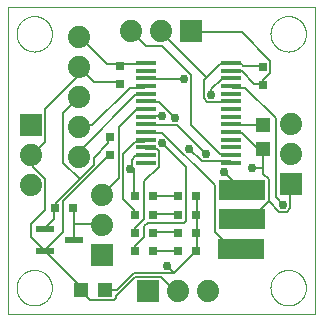
<source format=gtl>
G75*
%MOIN*%
%OFA0B0*%
%FSLAX25Y25*%
%IPPOS*%
%LPD*%
%AMOC8*
5,1,8,0,0,1.08239X$1,22.5*
%
%ADD10C,0.00000*%
%ADD11R,0.06400X0.02400*%
%ADD12R,0.03150X0.03150*%
%ADD13R,0.04724X0.05118*%
%ADD14R,0.05118X0.04724*%
%ADD15R,0.06600X0.01700*%
%ADD16R,0.07400X0.07400*%
%ADD17C,0.07400*%
%ADD18R,0.15748X0.06693*%
%ADD19C,0.00600*%
%ADD20C,0.02978*%
D10*
X0001300Y0001300D02*
X0001300Y0103662D01*
X0103662Y0103662D01*
X0103662Y0001300D01*
X0001300Y0001300D01*
X0004252Y0010158D02*
X0004254Y0010311D01*
X0004260Y0010465D01*
X0004270Y0010618D01*
X0004284Y0010770D01*
X0004302Y0010923D01*
X0004324Y0011074D01*
X0004349Y0011225D01*
X0004379Y0011376D01*
X0004413Y0011526D01*
X0004450Y0011674D01*
X0004491Y0011822D01*
X0004536Y0011968D01*
X0004585Y0012114D01*
X0004638Y0012258D01*
X0004694Y0012400D01*
X0004754Y0012541D01*
X0004818Y0012681D01*
X0004885Y0012819D01*
X0004956Y0012955D01*
X0005031Y0013089D01*
X0005108Y0013221D01*
X0005190Y0013351D01*
X0005274Y0013479D01*
X0005362Y0013605D01*
X0005453Y0013728D01*
X0005547Y0013849D01*
X0005645Y0013967D01*
X0005745Y0014083D01*
X0005849Y0014196D01*
X0005955Y0014307D01*
X0006064Y0014415D01*
X0006176Y0014520D01*
X0006290Y0014621D01*
X0006408Y0014720D01*
X0006527Y0014816D01*
X0006649Y0014909D01*
X0006774Y0014998D01*
X0006901Y0015085D01*
X0007030Y0015167D01*
X0007161Y0015247D01*
X0007294Y0015323D01*
X0007429Y0015396D01*
X0007566Y0015465D01*
X0007705Y0015530D01*
X0007845Y0015592D01*
X0007987Y0015650D01*
X0008130Y0015705D01*
X0008275Y0015756D01*
X0008421Y0015803D01*
X0008568Y0015846D01*
X0008716Y0015885D01*
X0008865Y0015921D01*
X0009015Y0015952D01*
X0009166Y0015980D01*
X0009317Y0016004D01*
X0009470Y0016024D01*
X0009622Y0016040D01*
X0009775Y0016052D01*
X0009928Y0016060D01*
X0010081Y0016064D01*
X0010235Y0016064D01*
X0010388Y0016060D01*
X0010541Y0016052D01*
X0010694Y0016040D01*
X0010846Y0016024D01*
X0010999Y0016004D01*
X0011150Y0015980D01*
X0011301Y0015952D01*
X0011451Y0015921D01*
X0011600Y0015885D01*
X0011748Y0015846D01*
X0011895Y0015803D01*
X0012041Y0015756D01*
X0012186Y0015705D01*
X0012329Y0015650D01*
X0012471Y0015592D01*
X0012611Y0015530D01*
X0012750Y0015465D01*
X0012887Y0015396D01*
X0013022Y0015323D01*
X0013155Y0015247D01*
X0013286Y0015167D01*
X0013415Y0015085D01*
X0013542Y0014998D01*
X0013667Y0014909D01*
X0013789Y0014816D01*
X0013908Y0014720D01*
X0014026Y0014621D01*
X0014140Y0014520D01*
X0014252Y0014415D01*
X0014361Y0014307D01*
X0014467Y0014196D01*
X0014571Y0014083D01*
X0014671Y0013967D01*
X0014769Y0013849D01*
X0014863Y0013728D01*
X0014954Y0013605D01*
X0015042Y0013479D01*
X0015126Y0013351D01*
X0015208Y0013221D01*
X0015285Y0013089D01*
X0015360Y0012955D01*
X0015431Y0012819D01*
X0015498Y0012681D01*
X0015562Y0012541D01*
X0015622Y0012400D01*
X0015678Y0012258D01*
X0015731Y0012114D01*
X0015780Y0011968D01*
X0015825Y0011822D01*
X0015866Y0011674D01*
X0015903Y0011526D01*
X0015937Y0011376D01*
X0015967Y0011225D01*
X0015992Y0011074D01*
X0016014Y0010923D01*
X0016032Y0010770D01*
X0016046Y0010618D01*
X0016056Y0010465D01*
X0016062Y0010311D01*
X0016064Y0010158D01*
X0016062Y0010005D01*
X0016056Y0009851D01*
X0016046Y0009698D01*
X0016032Y0009546D01*
X0016014Y0009393D01*
X0015992Y0009242D01*
X0015967Y0009091D01*
X0015937Y0008940D01*
X0015903Y0008790D01*
X0015866Y0008642D01*
X0015825Y0008494D01*
X0015780Y0008348D01*
X0015731Y0008202D01*
X0015678Y0008058D01*
X0015622Y0007916D01*
X0015562Y0007775D01*
X0015498Y0007635D01*
X0015431Y0007497D01*
X0015360Y0007361D01*
X0015285Y0007227D01*
X0015208Y0007095D01*
X0015126Y0006965D01*
X0015042Y0006837D01*
X0014954Y0006711D01*
X0014863Y0006588D01*
X0014769Y0006467D01*
X0014671Y0006349D01*
X0014571Y0006233D01*
X0014467Y0006120D01*
X0014361Y0006009D01*
X0014252Y0005901D01*
X0014140Y0005796D01*
X0014026Y0005695D01*
X0013908Y0005596D01*
X0013789Y0005500D01*
X0013667Y0005407D01*
X0013542Y0005318D01*
X0013415Y0005231D01*
X0013286Y0005149D01*
X0013155Y0005069D01*
X0013022Y0004993D01*
X0012887Y0004920D01*
X0012750Y0004851D01*
X0012611Y0004786D01*
X0012471Y0004724D01*
X0012329Y0004666D01*
X0012186Y0004611D01*
X0012041Y0004560D01*
X0011895Y0004513D01*
X0011748Y0004470D01*
X0011600Y0004431D01*
X0011451Y0004395D01*
X0011301Y0004364D01*
X0011150Y0004336D01*
X0010999Y0004312D01*
X0010846Y0004292D01*
X0010694Y0004276D01*
X0010541Y0004264D01*
X0010388Y0004256D01*
X0010235Y0004252D01*
X0010081Y0004252D01*
X0009928Y0004256D01*
X0009775Y0004264D01*
X0009622Y0004276D01*
X0009470Y0004292D01*
X0009317Y0004312D01*
X0009166Y0004336D01*
X0009015Y0004364D01*
X0008865Y0004395D01*
X0008716Y0004431D01*
X0008568Y0004470D01*
X0008421Y0004513D01*
X0008275Y0004560D01*
X0008130Y0004611D01*
X0007987Y0004666D01*
X0007845Y0004724D01*
X0007705Y0004786D01*
X0007566Y0004851D01*
X0007429Y0004920D01*
X0007294Y0004993D01*
X0007161Y0005069D01*
X0007030Y0005149D01*
X0006901Y0005231D01*
X0006774Y0005318D01*
X0006649Y0005407D01*
X0006527Y0005500D01*
X0006408Y0005596D01*
X0006290Y0005695D01*
X0006176Y0005796D01*
X0006064Y0005901D01*
X0005955Y0006009D01*
X0005849Y0006120D01*
X0005745Y0006233D01*
X0005645Y0006349D01*
X0005547Y0006467D01*
X0005453Y0006588D01*
X0005362Y0006711D01*
X0005274Y0006837D01*
X0005190Y0006965D01*
X0005108Y0007095D01*
X0005031Y0007227D01*
X0004956Y0007361D01*
X0004885Y0007497D01*
X0004818Y0007635D01*
X0004754Y0007775D01*
X0004694Y0007916D01*
X0004638Y0008058D01*
X0004585Y0008202D01*
X0004536Y0008348D01*
X0004491Y0008494D01*
X0004450Y0008642D01*
X0004413Y0008790D01*
X0004379Y0008940D01*
X0004349Y0009091D01*
X0004324Y0009242D01*
X0004302Y0009393D01*
X0004284Y0009546D01*
X0004270Y0009698D01*
X0004260Y0009851D01*
X0004254Y0010005D01*
X0004252Y0010158D01*
X0004252Y0094804D02*
X0004254Y0094957D01*
X0004260Y0095111D01*
X0004270Y0095264D01*
X0004284Y0095416D01*
X0004302Y0095569D01*
X0004324Y0095720D01*
X0004349Y0095871D01*
X0004379Y0096022D01*
X0004413Y0096172D01*
X0004450Y0096320D01*
X0004491Y0096468D01*
X0004536Y0096614D01*
X0004585Y0096760D01*
X0004638Y0096904D01*
X0004694Y0097046D01*
X0004754Y0097187D01*
X0004818Y0097327D01*
X0004885Y0097465D01*
X0004956Y0097601D01*
X0005031Y0097735D01*
X0005108Y0097867D01*
X0005190Y0097997D01*
X0005274Y0098125D01*
X0005362Y0098251D01*
X0005453Y0098374D01*
X0005547Y0098495D01*
X0005645Y0098613D01*
X0005745Y0098729D01*
X0005849Y0098842D01*
X0005955Y0098953D01*
X0006064Y0099061D01*
X0006176Y0099166D01*
X0006290Y0099267D01*
X0006408Y0099366D01*
X0006527Y0099462D01*
X0006649Y0099555D01*
X0006774Y0099644D01*
X0006901Y0099731D01*
X0007030Y0099813D01*
X0007161Y0099893D01*
X0007294Y0099969D01*
X0007429Y0100042D01*
X0007566Y0100111D01*
X0007705Y0100176D01*
X0007845Y0100238D01*
X0007987Y0100296D01*
X0008130Y0100351D01*
X0008275Y0100402D01*
X0008421Y0100449D01*
X0008568Y0100492D01*
X0008716Y0100531D01*
X0008865Y0100567D01*
X0009015Y0100598D01*
X0009166Y0100626D01*
X0009317Y0100650D01*
X0009470Y0100670D01*
X0009622Y0100686D01*
X0009775Y0100698D01*
X0009928Y0100706D01*
X0010081Y0100710D01*
X0010235Y0100710D01*
X0010388Y0100706D01*
X0010541Y0100698D01*
X0010694Y0100686D01*
X0010846Y0100670D01*
X0010999Y0100650D01*
X0011150Y0100626D01*
X0011301Y0100598D01*
X0011451Y0100567D01*
X0011600Y0100531D01*
X0011748Y0100492D01*
X0011895Y0100449D01*
X0012041Y0100402D01*
X0012186Y0100351D01*
X0012329Y0100296D01*
X0012471Y0100238D01*
X0012611Y0100176D01*
X0012750Y0100111D01*
X0012887Y0100042D01*
X0013022Y0099969D01*
X0013155Y0099893D01*
X0013286Y0099813D01*
X0013415Y0099731D01*
X0013542Y0099644D01*
X0013667Y0099555D01*
X0013789Y0099462D01*
X0013908Y0099366D01*
X0014026Y0099267D01*
X0014140Y0099166D01*
X0014252Y0099061D01*
X0014361Y0098953D01*
X0014467Y0098842D01*
X0014571Y0098729D01*
X0014671Y0098613D01*
X0014769Y0098495D01*
X0014863Y0098374D01*
X0014954Y0098251D01*
X0015042Y0098125D01*
X0015126Y0097997D01*
X0015208Y0097867D01*
X0015285Y0097735D01*
X0015360Y0097601D01*
X0015431Y0097465D01*
X0015498Y0097327D01*
X0015562Y0097187D01*
X0015622Y0097046D01*
X0015678Y0096904D01*
X0015731Y0096760D01*
X0015780Y0096614D01*
X0015825Y0096468D01*
X0015866Y0096320D01*
X0015903Y0096172D01*
X0015937Y0096022D01*
X0015967Y0095871D01*
X0015992Y0095720D01*
X0016014Y0095569D01*
X0016032Y0095416D01*
X0016046Y0095264D01*
X0016056Y0095111D01*
X0016062Y0094957D01*
X0016064Y0094804D01*
X0016062Y0094651D01*
X0016056Y0094497D01*
X0016046Y0094344D01*
X0016032Y0094192D01*
X0016014Y0094039D01*
X0015992Y0093888D01*
X0015967Y0093737D01*
X0015937Y0093586D01*
X0015903Y0093436D01*
X0015866Y0093288D01*
X0015825Y0093140D01*
X0015780Y0092994D01*
X0015731Y0092848D01*
X0015678Y0092704D01*
X0015622Y0092562D01*
X0015562Y0092421D01*
X0015498Y0092281D01*
X0015431Y0092143D01*
X0015360Y0092007D01*
X0015285Y0091873D01*
X0015208Y0091741D01*
X0015126Y0091611D01*
X0015042Y0091483D01*
X0014954Y0091357D01*
X0014863Y0091234D01*
X0014769Y0091113D01*
X0014671Y0090995D01*
X0014571Y0090879D01*
X0014467Y0090766D01*
X0014361Y0090655D01*
X0014252Y0090547D01*
X0014140Y0090442D01*
X0014026Y0090341D01*
X0013908Y0090242D01*
X0013789Y0090146D01*
X0013667Y0090053D01*
X0013542Y0089964D01*
X0013415Y0089877D01*
X0013286Y0089795D01*
X0013155Y0089715D01*
X0013022Y0089639D01*
X0012887Y0089566D01*
X0012750Y0089497D01*
X0012611Y0089432D01*
X0012471Y0089370D01*
X0012329Y0089312D01*
X0012186Y0089257D01*
X0012041Y0089206D01*
X0011895Y0089159D01*
X0011748Y0089116D01*
X0011600Y0089077D01*
X0011451Y0089041D01*
X0011301Y0089010D01*
X0011150Y0088982D01*
X0010999Y0088958D01*
X0010846Y0088938D01*
X0010694Y0088922D01*
X0010541Y0088910D01*
X0010388Y0088902D01*
X0010235Y0088898D01*
X0010081Y0088898D01*
X0009928Y0088902D01*
X0009775Y0088910D01*
X0009622Y0088922D01*
X0009470Y0088938D01*
X0009317Y0088958D01*
X0009166Y0088982D01*
X0009015Y0089010D01*
X0008865Y0089041D01*
X0008716Y0089077D01*
X0008568Y0089116D01*
X0008421Y0089159D01*
X0008275Y0089206D01*
X0008130Y0089257D01*
X0007987Y0089312D01*
X0007845Y0089370D01*
X0007705Y0089432D01*
X0007566Y0089497D01*
X0007429Y0089566D01*
X0007294Y0089639D01*
X0007161Y0089715D01*
X0007030Y0089795D01*
X0006901Y0089877D01*
X0006774Y0089964D01*
X0006649Y0090053D01*
X0006527Y0090146D01*
X0006408Y0090242D01*
X0006290Y0090341D01*
X0006176Y0090442D01*
X0006064Y0090547D01*
X0005955Y0090655D01*
X0005849Y0090766D01*
X0005745Y0090879D01*
X0005645Y0090995D01*
X0005547Y0091113D01*
X0005453Y0091234D01*
X0005362Y0091357D01*
X0005274Y0091483D01*
X0005190Y0091611D01*
X0005108Y0091741D01*
X0005031Y0091873D01*
X0004956Y0092007D01*
X0004885Y0092143D01*
X0004818Y0092281D01*
X0004754Y0092421D01*
X0004694Y0092562D01*
X0004638Y0092704D01*
X0004585Y0092848D01*
X0004536Y0092994D01*
X0004491Y0093140D01*
X0004450Y0093288D01*
X0004413Y0093436D01*
X0004379Y0093586D01*
X0004349Y0093737D01*
X0004324Y0093888D01*
X0004302Y0094039D01*
X0004284Y0094192D01*
X0004270Y0094344D01*
X0004260Y0094497D01*
X0004254Y0094651D01*
X0004252Y0094804D01*
X0088898Y0094804D02*
X0088900Y0094957D01*
X0088906Y0095111D01*
X0088916Y0095264D01*
X0088930Y0095416D01*
X0088948Y0095569D01*
X0088970Y0095720D01*
X0088995Y0095871D01*
X0089025Y0096022D01*
X0089059Y0096172D01*
X0089096Y0096320D01*
X0089137Y0096468D01*
X0089182Y0096614D01*
X0089231Y0096760D01*
X0089284Y0096904D01*
X0089340Y0097046D01*
X0089400Y0097187D01*
X0089464Y0097327D01*
X0089531Y0097465D01*
X0089602Y0097601D01*
X0089677Y0097735D01*
X0089754Y0097867D01*
X0089836Y0097997D01*
X0089920Y0098125D01*
X0090008Y0098251D01*
X0090099Y0098374D01*
X0090193Y0098495D01*
X0090291Y0098613D01*
X0090391Y0098729D01*
X0090495Y0098842D01*
X0090601Y0098953D01*
X0090710Y0099061D01*
X0090822Y0099166D01*
X0090936Y0099267D01*
X0091054Y0099366D01*
X0091173Y0099462D01*
X0091295Y0099555D01*
X0091420Y0099644D01*
X0091547Y0099731D01*
X0091676Y0099813D01*
X0091807Y0099893D01*
X0091940Y0099969D01*
X0092075Y0100042D01*
X0092212Y0100111D01*
X0092351Y0100176D01*
X0092491Y0100238D01*
X0092633Y0100296D01*
X0092776Y0100351D01*
X0092921Y0100402D01*
X0093067Y0100449D01*
X0093214Y0100492D01*
X0093362Y0100531D01*
X0093511Y0100567D01*
X0093661Y0100598D01*
X0093812Y0100626D01*
X0093963Y0100650D01*
X0094116Y0100670D01*
X0094268Y0100686D01*
X0094421Y0100698D01*
X0094574Y0100706D01*
X0094727Y0100710D01*
X0094881Y0100710D01*
X0095034Y0100706D01*
X0095187Y0100698D01*
X0095340Y0100686D01*
X0095492Y0100670D01*
X0095645Y0100650D01*
X0095796Y0100626D01*
X0095947Y0100598D01*
X0096097Y0100567D01*
X0096246Y0100531D01*
X0096394Y0100492D01*
X0096541Y0100449D01*
X0096687Y0100402D01*
X0096832Y0100351D01*
X0096975Y0100296D01*
X0097117Y0100238D01*
X0097257Y0100176D01*
X0097396Y0100111D01*
X0097533Y0100042D01*
X0097668Y0099969D01*
X0097801Y0099893D01*
X0097932Y0099813D01*
X0098061Y0099731D01*
X0098188Y0099644D01*
X0098313Y0099555D01*
X0098435Y0099462D01*
X0098554Y0099366D01*
X0098672Y0099267D01*
X0098786Y0099166D01*
X0098898Y0099061D01*
X0099007Y0098953D01*
X0099113Y0098842D01*
X0099217Y0098729D01*
X0099317Y0098613D01*
X0099415Y0098495D01*
X0099509Y0098374D01*
X0099600Y0098251D01*
X0099688Y0098125D01*
X0099772Y0097997D01*
X0099854Y0097867D01*
X0099931Y0097735D01*
X0100006Y0097601D01*
X0100077Y0097465D01*
X0100144Y0097327D01*
X0100208Y0097187D01*
X0100268Y0097046D01*
X0100324Y0096904D01*
X0100377Y0096760D01*
X0100426Y0096614D01*
X0100471Y0096468D01*
X0100512Y0096320D01*
X0100549Y0096172D01*
X0100583Y0096022D01*
X0100613Y0095871D01*
X0100638Y0095720D01*
X0100660Y0095569D01*
X0100678Y0095416D01*
X0100692Y0095264D01*
X0100702Y0095111D01*
X0100708Y0094957D01*
X0100710Y0094804D01*
X0100708Y0094651D01*
X0100702Y0094497D01*
X0100692Y0094344D01*
X0100678Y0094192D01*
X0100660Y0094039D01*
X0100638Y0093888D01*
X0100613Y0093737D01*
X0100583Y0093586D01*
X0100549Y0093436D01*
X0100512Y0093288D01*
X0100471Y0093140D01*
X0100426Y0092994D01*
X0100377Y0092848D01*
X0100324Y0092704D01*
X0100268Y0092562D01*
X0100208Y0092421D01*
X0100144Y0092281D01*
X0100077Y0092143D01*
X0100006Y0092007D01*
X0099931Y0091873D01*
X0099854Y0091741D01*
X0099772Y0091611D01*
X0099688Y0091483D01*
X0099600Y0091357D01*
X0099509Y0091234D01*
X0099415Y0091113D01*
X0099317Y0090995D01*
X0099217Y0090879D01*
X0099113Y0090766D01*
X0099007Y0090655D01*
X0098898Y0090547D01*
X0098786Y0090442D01*
X0098672Y0090341D01*
X0098554Y0090242D01*
X0098435Y0090146D01*
X0098313Y0090053D01*
X0098188Y0089964D01*
X0098061Y0089877D01*
X0097932Y0089795D01*
X0097801Y0089715D01*
X0097668Y0089639D01*
X0097533Y0089566D01*
X0097396Y0089497D01*
X0097257Y0089432D01*
X0097117Y0089370D01*
X0096975Y0089312D01*
X0096832Y0089257D01*
X0096687Y0089206D01*
X0096541Y0089159D01*
X0096394Y0089116D01*
X0096246Y0089077D01*
X0096097Y0089041D01*
X0095947Y0089010D01*
X0095796Y0088982D01*
X0095645Y0088958D01*
X0095492Y0088938D01*
X0095340Y0088922D01*
X0095187Y0088910D01*
X0095034Y0088902D01*
X0094881Y0088898D01*
X0094727Y0088898D01*
X0094574Y0088902D01*
X0094421Y0088910D01*
X0094268Y0088922D01*
X0094116Y0088938D01*
X0093963Y0088958D01*
X0093812Y0088982D01*
X0093661Y0089010D01*
X0093511Y0089041D01*
X0093362Y0089077D01*
X0093214Y0089116D01*
X0093067Y0089159D01*
X0092921Y0089206D01*
X0092776Y0089257D01*
X0092633Y0089312D01*
X0092491Y0089370D01*
X0092351Y0089432D01*
X0092212Y0089497D01*
X0092075Y0089566D01*
X0091940Y0089639D01*
X0091807Y0089715D01*
X0091676Y0089795D01*
X0091547Y0089877D01*
X0091420Y0089964D01*
X0091295Y0090053D01*
X0091173Y0090146D01*
X0091054Y0090242D01*
X0090936Y0090341D01*
X0090822Y0090442D01*
X0090710Y0090547D01*
X0090601Y0090655D01*
X0090495Y0090766D01*
X0090391Y0090879D01*
X0090291Y0090995D01*
X0090193Y0091113D01*
X0090099Y0091234D01*
X0090008Y0091357D01*
X0089920Y0091483D01*
X0089836Y0091611D01*
X0089754Y0091741D01*
X0089677Y0091873D01*
X0089602Y0092007D01*
X0089531Y0092143D01*
X0089464Y0092281D01*
X0089400Y0092421D01*
X0089340Y0092562D01*
X0089284Y0092704D01*
X0089231Y0092848D01*
X0089182Y0092994D01*
X0089137Y0093140D01*
X0089096Y0093288D01*
X0089059Y0093436D01*
X0089025Y0093586D01*
X0088995Y0093737D01*
X0088970Y0093888D01*
X0088948Y0094039D01*
X0088930Y0094192D01*
X0088916Y0094344D01*
X0088906Y0094497D01*
X0088900Y0094651D01*
X0088898Y0094804D01*
X0088898Y0010158D02*
X0088900Y0010311D01*
X0088906Y0010465D01*
X0088916Y0010618D01*
X0088930Y0010770D01*
X0088948Y0010923D01*
X0088970Y0011074D01*
X0088995Y0011225D01*
X0089025Y0011376D01*
X0089059Y0011526D01*
X0089096Y0011674D01*
X0089137Y0011822D01*
X0089182Y0011968D01*
X0089231Y0012114D01*
X0089284Y0012258D01*
X0089340Y0012400D01*
X0089400Y0012541D01*
X0089464Y0012681D01*
X0089531Y0012819D01*
X0089602Y0012955D01*
X0089677Y0013089D01*
X0089754Y0013221D01*
X0089836Y0013351D01*
X0089920Y0013479D01*
X0090008Y0013605D01*
X0090099Y0013728D01*
X0090193Y0013849D01*
X0090291Y0013967D01*
X0090391Y0014083D01*
X0090495Y0014196D01*
X0090601Y0014307D01*
X0090710Y0014415D01*
X0090822Y0014520D01*
X0090936Y0014621D01*
X0091054Y0014720D01*
X0091173Y0014816D01*
X0091295Y0014909D01*
X0091420Y0014998D01*
X0091547Y0015085D01*
X0091676Y0015167D01*
X0091807Y0015247D01*
X0091940Y0015323D01*
X0092075Y0015396D01*
X0092212Y0015465D01*
X0092351Y0015530D01*
X0092491Y0015592D01*
X0092633Y0015650D01*
X0092776Y0015705D01*
X0092921Y0015756D01*
X0093067Y0015803D01*
X0093214Y0015846D01*
X0093362Y0015885D01*
X0093511Y0015921D01*
X0093661Y0015952D01*
X0093812Y0015980D01*
X0093963Y0016004D01*
X0094116Y0016024D01*
X0094268Y0016040D01*
X0094421Y0016052D01*
X0094574Y0016060D01*
X0094727Y0016064D01*
X0094881Y0016064D01*
X0095034Y0016060D01*
X0095187Y0016052D01*
X0095340Y0016040D01*
X0095492Y0016024D01*
X0095645Y0016004D01*
X0095796Y0015980D01*
X0095947Y0015952D01*
X0096097Y0015921D01*
X0096246Y0015885D01*
X0096394Y0015846D01*
X0096541Y0015803D01*
X0096687Y0015756D01*
X0096832Y0015705D01*
X0096975Y0015650D01*
X0097117Y0015592D01*
X0097257Y0015530D01*
X0097396Y0015465D01*
X0097533Y0015396D01*
X0097668Y0015323D01*
X0097801Y0015247D01*
X0097932Y0015167D01*
X0098061Y0015085D01*
X0098188Y0014998D01*
X0098313Y0014909D01*
X0098435Y0014816D01*
X0098554Y0014720D01*
X0098672Y0014621D01*
X0098786Y0014520D01*
X0098898Y0014415D01*
X0099007Y0014307D01*
X0099113Y0014196D01*
X0099217Y0014083D01*
X0099317Y0013967D01*
X0099415Y0013849D01*
X0099509Y0013728D01*
X0099600Y0013605D01*
X0099688Y0013479D01*
X0099772Y0013351D01*
X0099854Y0013221D01*
X0099931Y0013089D01*
X0100006Y0012955D01*
X0100077Y0012819D01*
X0100144Y0012681D01*
X0100208Y0012541D01*
X0100268Y0012400D01*
X0100324Y0012258D01*
X0100377Y0012114D01*
X0100426Y0011968D01*
X0100471Y0011822D01*
X0100512Y0011674D01*
X0100549Y0011526D01*
X0100583Y0011376D01*
X0100613Y0011225D01*
X0100638Y0011074D01*
X0100660Y0010923D01*
X0100678Y0010770D01*
X0100692Y0010618D01*
X0100702Y0010465D01*
X0100708Y0010311D01*
X0100710Y0010158D01*
X0100708Y0010005D01*
X0100702Y0009851D01*
X0100692Y0009698D01*
X0100678Y0009546D01*
X0100660Y0009393D01*
X0100638Y0009242D01*
X0100613Y0009091D01*
X0100583Y0008940D01*
X0100549Y0008790D01*
X0100512Y0008642D01*
X0100471Y0008494D01*
X0100426Y0008348D01*
X0100377Y0008202D01*
X0100324Y0008058D01*
X0100268Y0007916D01*
X0100208Y0007775D01*
X0100144Y0007635D01*
X0100077Y0007497D01*
X0100006Y0007361D01*
X0099931Y0007227D01*
X0099854Y0007095D01*
X0099772Y0006965D01*
X0099688Y0006837D01*
X0099600Y0006711D01*
X0099509Y0006588D01*
X0099415Y0006467D01*
X0099317Y0006349D01*
X0099217Y0006233D01*
X0099113Y0006120D01*
X0099007Y0006009D01*
X0098898Y0005901D01*
X0098786Y0005796D01*
X0098672Y0005695D01*
X0098554Y0005596D01*
X0098435Y0005500D01*
X0098313Y0005407D01*
X0098188Y0005318D01*
X0098061Y0005231D01*
X0097932Y0005149D01*
X0097801Y0005069D01*
X0097668Y0004993D01*
X0097533Y0004920D01*
X0097396Y0004851D01*
X0097257Y0004786D01*
X0097117Y0004724D01*
X0096975Y0004666D01*
X0096832Y0004611D01*
X0096687Y0004560D01*
X0096541Y0004513D01*
X0096394Y0004470D01*
X0096246Y0004431D01*
X0096097Y0004395D01*
X0095947Y0004364D01*
X0095796Y0004336D01*
X0095645Y0004312D01*
X0095492Y0004292D01*
X0095340Y0004276D01*
X0095187Y0004264D01*
X0095034Y0004256D01*
X0094881Y0004252D01*
X0094727Y0004252D01*
X0094574Y0004256D01*
X0094421Y0004264D01*
X0094268Y0004276D01*
X0094116Y0004292D01*
X0093963Y0004312D01*
X0093812Y0004336D01*
X0093661Y0004364D01*
X0093511Y0004395D01*
X0093362Y0004431D01*
X0093214Y0004470D01*
X0093067Y0004513D01*
X0092921Y0004560D01*
X0092776Y0004611D01*
X0092633Y0004666D01*
X0092491Y0004724D01*
X0092351Y0004786D01*
X0092212Y0004851D01*
X0092075Y0004920D01*
X0091940Y0004993D01*
X0091807Y0005069D01*
X0091676Y0005149D01*
X0091547Y0005231D01*
X0091420Y0005318D01*
X0091295Y0005407D01*
X0091173Y0005500D01*
X0091054Y0005596D01*
X0090936Y0005695D01*
X0090822Y0005796D01*
X0090710Y0005901D01*
X0090601Y0006009D01*
X0090495Y0006120D01*
X0090391Y0006233D01*
X0090291Y0006349D01*
X0090193Y0006467D01*
X0090099Y0006588D01*
X0090008Y0006711D01*
X0089920Y0006837D01*
X0089836Y0006965D01*
X0089754Y0007095D01*
X0089677Y0007227D01*
X0089602Y0007361D01*
X0089531Y0007497D01*
X0089464Y0007635D01*
X0089400Y0007775D01*
X0089340Y0007916D01*
X0089284Y0008058D01*
X0089231Y0008202D01*
X0089182Y0008348D01*
X0089137Y0008494D01*
X0089096Y0008642D01*
X0089059Y0008790D01*
X0089025Y0008940D01*
X0088995Y0009091D01*
X0088970Y0009242D01*
X0088948Y0009393D01*
X0088930Y0009546D01*
X0088916Y0009698D01*
X0088906Y0009851D01*
X0088900Y0010005D01*
X0088898Y0010158D01*
D11*
X0023523Y0026103D03*
X0013723Y0022363D03*
X0013723Y0029843D03*
D12*
X0017198Y0036812D03*
X0023198Y0036812D03*
X0035473Y0054402D03*
X0035473Y0060402D03*
X0038780Y0078143D03*
X0038780Y0084143D03*
X0043576Y0040670D03*
X0049576Y0040670D03*
X0049576Y0034568D03*
X0049576Y0028465D03*
X0043576Y0028465D03*
X0043576Y0034568D03*
X0043576Y0022363D03*
X0049576Y0022363D03*
X0058143Y0022363D03*
X0064143Y0022363D03*
X0064143Y0028465D03*
X0064143Y0034568D03*
X0058143Y0034568D03*
X0058143Y0028465D03*
X0058143Y0040670D03*
X0064143Y0040670D03*
X0086261Y0077709D03*
X0086261Y0083709D03*
D13*
X0033646Y0009568D03*
X0025646Y0009568D03*
D14*
X0086497Y0056316D03*
X0086497Y0064316D03*
D15*
X0075857Y0064587D03*
X0075857Y0062028D03*
X0075857Y0059469D03*
X0075857Y0056910D03*
X0075857Y0054351D03*
X0075857Y0051792D03*
X0075857Y0067146D03*
X0075857Y0069705D03*
X0075857Y0072265D03*
X0075857Y0074824D03*
X0075857Y0077383D03*
X0075857Y0079942D03*
X0075857Y0082501D03*
X0075857Y0085060D03*
X0047373Y0085060D03*
X0047373Y0082501D03*
X0047373Y0079942D03*
X0047373Y0077383D03*
X0047373Y0074824D03*
X0047373Y0072265D03*
X0047373Y0069705D03*
X0047373Y0067146D03*
X0047373Y0064587D03*
X0047373Y0062028D03*
X0047373Y0059469D03*
X0047373Y0056910D03*
X0047373Y0054351D03*
X0047373Y0051792D03*
D16*
X0032796Y0020985D03*
X0048229Y0009174D03*
X0095788Y0044607D03*
X0062245Y0095788D03*
X0009174Y0064292D03*
D17*
X0009174Y0054292D03*
X0009174Y0044292D03*
X0024922Y0053859D03*
X0024922Y0063859D03*
X0024922Y0073859D03*
X0024922Y0083859D03*
X0024922Y0093859D03*
X0042245Y0095788D03*
X0052245Y0095788D03*
X0095788Y0064607D03*
X0095788Y0054607D03*
X0068229Y0009174D03*
X0058229Y0009174D03*
X0032796Y0030985D03*
X0032796Y0040985D03*
D18*
X0079255Y0042823D03*
X0079250Y0033041D03*
X0079221Y0023154D03*
D19*
X0078700Y0023500D01*
X0075700Y0023500D01*
X0070300Y0028900D01*
X0070300Y0044500D01*
X0052900Y0061900D01*
X0047500Y0061900D01*
X0047373Y0062028D01*
X0047500Y0064300D02*
X0047373Y0064587D01*
X0047500Y0064300D02*
X0057700Y0064300D01*
X0067300Y0054700D01*
X0066100Y0052300D02*
X0061900Y0056500D01*
X0066100Y0052300D02*
X0075700Y0052300D01*
X0075857Y0051792D01*
X0075857Y0054351D02*
X0075700Y0054700D01*
X0072100Y0054700D01*
X0062500Y0064300D01*
X0062500Y0081100D01*
X0052900Y0090700D01*
X0047500Y0090700D01*
X0042700Y0095500D01*
X0042245Y0095788D01*
X0052245Y0095788D02*
X0052300Y0095500D01*
X0067300Y0080500D01*
X0067900Y0080500D01*
X0066700Y0079300D01*
X0066700Y0073300D01*
X0067900Y0072100D01*
X0075700Y0072100D01*
X0075857Y0072265D01*
X0076300Y0076900D02*
X0075857Y0077383D01*
X0076300Y0076900D02*
X0080500Y0076900D01*
X0090700Y0066700D01*
X0090700Y0040300D01*
X0093100Y0037900D01*
X0095500Y0036700D02*
X0095500Y0044500D01*
X0095788Y0044607D01*
X0088300Y0046300D02*
X0088300Y0039100D01*
X0091900Y0035500D01*
X0094300Y0035500D01*
X0095500Y0036700D01*
X0088300Y0039100D02*
X0082300Y0033100D01*
X0079300Y0033100D01*
X0079250Y0033041D01*
X0079255Y0042823D02*
X0078700Y0043300D01*
X0073300Y0048700D01*
X0064143Y0040670D02*
X0064300Y0040300D01*
X0064300Y0034900D01*
X0064143Y0034568D01*
X0064300Y0034300D01*
X0064300Y0028900D01*
X0064143Y0028465D01*
X0064300Y0028300D01*
X0064300Y0022900D01*
X0064143Y0022363D01*
X0056880Y0015100D01*
X0056791Y0015100D01*
X0054450Y0017442D01*
X0056880Y0015100D02*
X0043403Y0015100D01*
X0037871Y0009568D01*
X0033646Y0009568D01*
X0037300Y0007300D02*
X0037300Y0006700D01*
X0036700Y0006100D01*
X0028900Y0006100D01*
X0025900Y0009100D01*
X0025646Y0009568D01*
X0025300Y0009700D01*
X0025300Y0010900D01*
X0013900Y0022300D01*
X0013723Y0022363D01*
X0013300Y0022900D01*
X0009100Y0027100D01*
X0009100Y0031300D01*
X0013900Y0036100D01*
X0013900Y0046300D01*
X0009700Y0050500D01*
X0009700Y0054100D01*
X0009174Y0054292D01*
X0009700Y0054700D01*
X0013900Y0058900D01*
X0013900Y0069700D01*
X0026500Y0082300D01*
X0024922Y0083859D01*
X0025300Y0083500D01*
X0026500Y0082300D01*
X0030100Y0078700D01*
X0038500Y0078700D01*
X0038780Y0078143D01*
X0042100Y0076900D02*
X0029500Y0064300D01*
X0025300Y0064300D01*
X0024922Y0063859D01*
X0019900Y0068500D02*
X0024700Y0073300D01*
X0024922Y0073859D01*
X0019900Y0068500D02*
X0019900Y0051700D01*
X0025300Y0046300D01*
X0030100Y0051100D01*
X0030100Y0053500D01*
X0034900Y0058300D01*
X0034900Y0060100D01*
X0035473Y0060402D01*
X0038500Y0063700D02*
X0038500Y0046900D01*
X0033100Y0041500D01*
X0032796Y0040985D01*
X0039700Y0039700D02*
X0039700Y0054700D01*
X0043900Y0058900D01*
X0046900Y0058900D01*
X0047373Y0059469D01*
X0047373Y0056910D02*
X0047500Y0056500D01*
X0051100Y0056500D01*
X0051700Y0055900D01*
X0051700Y0050500D01*
X0046900Y0045700D01*
X0046900Y0033100D01*
X0043900Y0030100D01*
X0043900Y0028900D01*
X0043576Y0028465D01*
X0046900Y0027100D02*
X0046900Y0030700D01*
X0048100Y0031900D01*
X0060100Y0031900D01*
X0060700Y0032500D01*
X0060700Y0050500D01*
X0052900Y0058300D01*
X0047373Y0054351D02*
X0046900Y0054100D01*
X0043900Y0054100D01*
X0042700Y0052900D01*
X0042700Y0050500D01*
X0042100Y0049900D01*
X0042700Y0050500D02*
X0043300Y0049900D01*
X0043300Y0040900D01*
X0043576Y0040670D01*
X0039700Y0039700D02*
X0043300Y0036100D01*
X0043300Y0034900D01*
X0043576Y0034568D01*
X0049576Y0034568D02*
X0049900Y0034900D01*
X0057700Y0034900D01*
X0058143Y0034568D01*
X0057700Y0028900D02*
X0058143Y0028465D01*
X0057700Y0028900D02*
X0049900Y0028900D01*
X0049576Y0028465D01*
X0046900Y0027100D02*
X0043900Y0024100D01*
X0043900Y0022900D01*
X0043576Y0022363D01*
X0049576Y0022363D02*
X0049900Y0022300D01*
X0057700Y0022300D01*
X0058143Y0022363D01*
X0052300Y0013900D02*
X0043900Y0013900D01*
X0037300Y0007300D01*
X0052300Y0013900D02*
X0056500Y0009700D01*
X0057700Y0009700D01*
X0058229Y0009174D01*
X0032796Y0030985D02*
X0032500Y0031300D01*
X0023500Y0031300D01*
X0023500Y0036700D01*
X0023198Y0036812D01*
X0019900Y0039100D02*
X0019900Y0028900D01*
X0013900Y0022900D01*
X0013723Y0022363D01*
X0013723Y0029843D02*
X0013900Y0030100D01*
X0016900Y0033100D01*
X0016900Y0036700D01*
X0017198Y0036812D01*
X0017500Y0037300D01*
X0017500Y0038500D01*
X0025300Y0046300D01*
X0024922Y0053859D02*
X0025300Y0054100D01*
X0025300Y0055900D01*
X0043900Y0074500D01*
X0046900Y0074500D01*
X0047373Y0074824D01*
X0046900Y0076900D02*
X0047373Y0077383D01*
X0046900Y0076900D02*
X0042100Y0076900D01*
X0047373Y0079942D02*
X0047500Y0079900D01*
X0060100Y0079900D01*
X0067900Y0080500D02*
X0072100Y0084700D01*
X0075700Y0084700D01*
X0075857Y0085060D01*
X0076300Y0084700D01*
X0079300Y0084700D01*
X0079900Y0084100D01*
X0085900Y0084100D01*
X0086261Y0083709D01*
X0088900Y0081700D02*
X0088900Y0085900D01*
X0079300Y0095500D01*
X0062500Y0095500D01*
X0062245Y0095788D01*
X0075857Y0082501D02*
X0076300Y0082300D01*
X0079300Y0082300D01*
X0083500Y0078100D01*
X0085900Y0078100D01*
X0086261Y0077709D01*
X0086500Y0078100D01*
X0086500Y0079300D01*
X0088900Y0081700D01*
X0075857Y0079942D02*
X0075700Y0079900D01*
X0072700Y0079900D01*
X0069100Y0076300D01*
X0069100Y0074500D01*
X0075857Y0064587D02*
X0076300Y0064300D01*
X0085900Y0064300D01*
X0086497Y0064316D01*
X0079300Y0061900D02*
X0076300Y0061900D01*
X0075857Y0062028D01*
X0079300Y0061900D02*
X0084700Y0056500D01*
X0085900Y0056500D01*
X0086497Y0056316D01*
X0086500Y0055900D01*
X0086500Y0049725D01*
X0086106Y0050119D01*
X0082796Y0050119D01*
X0086500Y0049725D02*
X0086500Y0048100D01*
X0088300Y0046300D01*
X0058143Y0040670D02*
X0057700Y0040900D01*
X0049900Y0040900D01*
X0049576Y0040670D01*
X0035473Y0054402D02*
X0034900Y0054100D01*
X0019900Y0039100D01*
X0023500Y0031300D02*
X0023500Y0026500D01*
X0023523Y0026103D01*
X0038500Y0063700D02*
X0044500Y0069700D01*
X0046900Y0069700D01*
X0047373Y0069705D01*
X0047500Y0072100D02*
X0047373Y0072265D01*
X0047500Y0072100D02*
X0051700Y0072100D01*
X0057100Y0066700D01*
X0052900Y0067300D02*
X0047500Y0067300D01*
X0047373Y0067146D01*
X0046900Y0084700D02*
X0039100Y0084700D01*
X0038780Y0084143D01*
X0038500Y0084700D01*
X0034300Y0084700D01*
X0025300Y0093700D01*
X0024922Y0093859D01*
X0046900Y0084700D02*
X0047373Y0085060D01*
D20*
X0060100Y0079900D03*
X0069100Y0074500D03*
X0057100Y0066700D03*
X0052900Y0067300D03*
X0052900Y0058300D03*
X0061900Y0056500D03*
X0067300Y0054700D03*
X0073300Y0048700D03*
X0082796Y0050119D03*
X0093100Y0037900D03*
X0054450Y0017442D03*
X0042100Y0049900D03*
M02*

</source>
